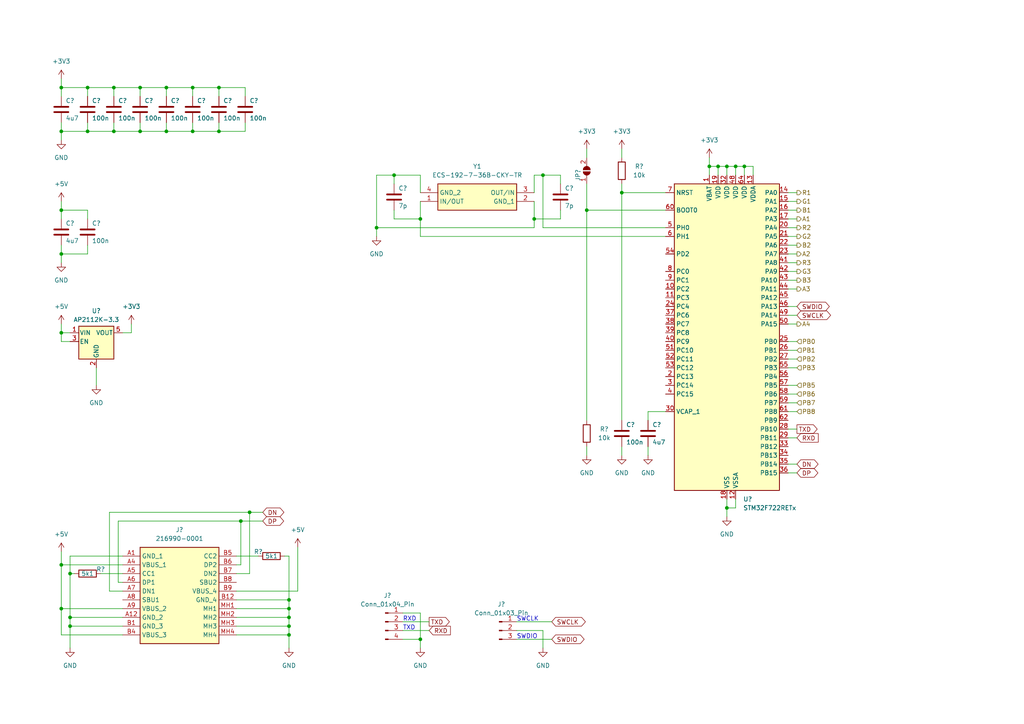
<source format=kicad_sch>
(kicad_sch (version 20230121) (generator eeschema)
  (paper "A4")
  (lib_symbols
    (symbol "216990-0001:216990-0001"
      (property "Reference" "J" (at 29.21 7.62 0))
      (property "Value" "216990-0001" (at 29.21 5.08 0))
      (symbol "216990-0001_1_1"
        (rectangle (start 5.08 2.54) (end 27.94 -25.4) (stroke (width 0.254)) (fill (type background)))
        (pin passive line (at 0 0 0) (length 5.08) (name "GND_1") (number "A1"))
        (pin passive line (at 0 -17.78 0) (length 5.08) (name "GND_2") (number "A12"))
        (pin passive line (at 0 -2.54 0) (length 5.08) (name "VBUS_1") (number "A4"))
        (pin passive line (at 0 -5.08 0) (length 5.08) (name "CC1") (number "A5"))
        (pin passive line (at 0 -7.62 0) (length 5.08) (name "DP1") (number "A6"))
        (pin passive line (at 0 -10.16 0) (length 5.08) (name "DN1") (number "A7"))
        (pin passive line (at 0 -12.7 0) (length 5.08) (name "SBU1") (number "A8"))
        (pin passive line (at 0 -15.24 0) (length 5.08) (name "VBUS_2") (number "A9"))
        (pin passive line (at 0 -20.32 0) (length 5.08) (name "GND_3") (number "B1"))
        (pin passive line (at 33.02 -12.7 180) (length 5.08) (name "GND_4") (number "B12"))
        (pin passive line (at 0 -22.86 0) (length 5.08) (name "VBUS_3") (number "B4"))
        (pin passive line (at 33.02 0 180) (length 5.08) (name "CC2") (number "B5"))
        (pin passive line (at 33.02 -2.54 180) (length 5.08) (name "DP2") (number "B6"))
        (pin passive line (at 33.02 -5.08 180) (length 5.08) (name "DN2") (number "B7"))
        (pin passive line (at 33.02 -7.62 180) (length 5.08) (name "SBU2") (number "B8"))
        (pin passive line (at 33.02 -10.16 180) (length 5.08) (name "VBUS_4") (number "B9"))
        (pin passive line (at 33.02 -15.24 180) (length 5.08) (name "MH1") (number "MH1"))
        (pin passive line (at 33.02 -17.78 180) (length 5.08) (name "MH2") (number "MH2"))
        (pin passive line (at 33.02 -20.32 180) (length 5.08) (name "MH3") (number "MH3"))
        (pin passive line (at 33.02 -22.86 180) (length 5.08) (name "MH4") (number "MH4"))
      )
    )
    (symbol "Connector:Conn_01x03_Pin" (pin_names (offset 1.016) hide)
      (property "Reference" "J" (at 0 5.08 0))
      (property "Value" "Conn_01x03_Pin" (at 0 -5.08 0))
      (symbol "Conn_01x03_Pin_1_1"
        (polyline (pts (xy 1.27 -2.54) (xy 0.8636 -2.54)) (stroke (width 0.1524)))
        (polyline (pts (xy 1.27 0) (xy 0.8636 0)) (stroke (width 0.1524)))
        (polyline (pts (xy 1.27 2.54) (xy 0.8636 2.54)) (stroke (width 0.1524)))
        (rectangle (start 0.8636 -2.413) (end 0 -2.667) (stroke (width 0.1524)) (fill (type outline)))
        (rectangle (start 0.8636 0.127) (end 0 -0.127) (stroke (width 0.1524)) (fill (type outline)))
        (rectangle (start 0.8636 2.667) (end 0 2.413) (stroke (width 0.1524)) (fill (type outline)))
        (pin passive line (at 5.08 2.54 180) (length 3.81) (name "Pin_1") (number "1"))
        (pin passive line (at 5.08 0 180) (length 3.81) (name "Pin_2") (number "2"))
        (pin passive line (at 5.08 -2.54 180) (length 3.81) (name "Pin_3") (number "3"))
      )
    )
    (symbol "Connector:Conn_01x04_Pin" (pin_names (offset 1.016) hide)
      (property "Reference" "J" (at 0 5.08 0))
      (property "Value" "Conn_01x04_Pin" (at 0 -7.62 0))
      (symbol "Conn_01x04_Pin_1_1"
        (polyline (pts (xy 1.27 -5.08) (xy 0.8636 -5.08)) (stroke (width 0.1524)))
        (polyline (pts (xy 1.27 -2.54) (xy 0.8636 -2.54)) (stroke (width 0.1524)))
        (polyline (pts (xy 1.27 0) (xy 0.8636 0)) (stroke (width 0.1524)))
        (polyline (pts (xy 1.27 2.54) (xy 0.8636 2.54)) (stroke (width 0.1524)))
        (rectangle (start 0.8636 -4.953) (end 0 -5.207) (stroke (width 0.1524)) (fill (type outline)))
        (rectangle (start 0.8636 -2.413) (end 0 -2.667) (stroke (width 0.1524)) (fill (type outline)))
        (rectangle (start 0.8636 0.127) (end 0 -0.127) (stroke (width 0.1524)) (fill (type outline)))
        (rectangle (start 0.8636 2.667) (end 0 2.413) (stroke (width 0.1524)) (fill (type outline)))
        (pin passive line (at 5.08 2.54 180) (length 3.81) (name "Pin_1") (number "1"))
        (pin passive line (at 5.08 0 180) (length 3.81) (name "Pin_2") (number "2"))
        (pin passive line (at 5.08 -2.54 180) (length 3.81) (name "Pin_3") (number "3"))
        (pin passive line (at 5.08 -5.08 180) (length 3.81) (name "Pin_4") (number "4"))
      )
    )
    (symbol "Device:C" (pin_numbers hide) (pin_names (offset 0.254))
      (property "Reference" "C" (at 0.635 2.54 0))
      (property "Value" "C" (at 0.635 -2.54 0))
      (symbol "C_0_1"
        (polyline (pts (xy -2.032 -0.762) (xy 2.032 -0.762)) (stroke (width 0.508)))
        (polyline (pts (xy -2.032 0.762) (xy 2.032 0.762)) (stroke (width 0.508)))
      )
      (symbol "C_1_1"
        (pin passive line (at 0 3.81 270) (length 2.794) (name "~") (number "1"))
        (pin passive line (at 0 -3.81 90) (length 2.794) (name "~") (number "2"))
      )
    )
    (symbol "Device:R" (pin_numbers hide) (pin_names (offset 0))
      (property "Reference" "R" (at 2.032 0 90))
      (property "Value" "R" (at 0 0 90))
      (symbol "R_0_1"
        (rectangle (start -1.016 -2.54) (end 1.016 2.54) (stroke (width 0.254)))
      )
      (symbol "R_1_1"
        (pin passive line (at 0 3.81 270) (length 1.27) (name "~") (number "1"))
        (pin passive line (at 0 -3.81 90) (length 1.27) (name "~") (number "2"))
      )
    )
    (symbol "ECS-192-7-36B-CKY-TR:ECS-192-7-36B-CKY-TR"
      (property "Reference" "Y" (at 29.21 7.62 0))
      (property "Value" "ECS-192-7-36B-CKY-TR" (at 29.21 5.08 0))
      (symbol "ECS-192-7-36B-CKY-TR_1_1"
        (rectangle (start 5.08 2.54) (end 27.94 -5.08) (stroke (width 0.254)) (fill (type background)))
        (pin passive line (at 0 -2.54 0) (length 5.08) (name "IN/OUT") (number "1"))
        (pin passive line (at 33.02 -2.54 180) (length 5.08) (name "GND_1") (number "2"))
        (pin passive line (at 33.02 0 180) (length 5.08) (name "OUT/IN") (number "3"))
        (pin passive line (at 0 0 0) (length 5.08) (name "GND_2") (number "4"))
      )
    )
    (symbol "Jumper:SolderJumper_2_Open" (pin_names (offset 0) hide)
      (property "Reference" "JP" (at 0 2.032 0))
      (property "Value" "SolderJumper_2_Open" (at 0 -2.54 0))
      (symbol "SolderJumper_2_Open_0_1"
        (arc (start -0.254 1.016) (mid -1.2656 0) (end -0.254 -1.016))
        (arc (start -0.254 1.016) (mid -1.2656 0) (end -0.254 -1.016) (fill (type outline)))
        (polyline (pts (xy -0.254 1.016) (xy -0.254 -1.016)))
        (polyline (pts (xy 0.254 1.016) (xy 0.254 -1.016)))
        (arc (start 0.254 -1.016) (mid 1.2656 0) (end 0.254 1.016))
        (arc (start 0.254 -1.016) (mid 1.2656 0) (end 0.254 1.016) (fill (type outline)))
      )
      (symbol "SolderJumper_2_Open_1_1"
        (pin passive line (at -3.81 0 0) (length 2.54) (name "A") (number "1"))
        (pin passive line (at 3.81 0 180) (length 2.54) (name "B") (number "2"))
      )
    )
    (symbol "MCU_ST_STM32F7:STM32F722RETx"
      (property "Reference" "U" (at -15.24 46.99 0))
      (property "Value" "STM32F722RETx" (at 10.16 46.99 0))
      (symbol "STM32F722RETx_0_1"
        (rectangle (start -15.24 -43.18) (end 15.24 45.72) (stroke (width 0.254)) (fill (type background)))
      )
      (symbol "STM32F722RETx_1_1"
        (pin power_in line (at -5.08 48.26 270) (length 2.54) (name "VBAT") (number "1"))
        (pin bidirectional line (at -17.78 15.24 0) (length 2.54) (name "PC2") (number "10"))
        (pin bidirectional line (at -17.78 12.7 0) (length 2.54) (name "PC3") (number "11"))
        (pin power_in line (at 2.54 -45.72 90) (length 2.54) (name "VSSA") (number "12"))
        (pin power_in line (at 7.62 48.26 270) (length 2.54) (name "VDDA") (number "13"))
        (pin bidirectional line (at 17.78 43.18 180) (length 2.54) (name "PA0") (number "14"))
        (pin bidirectional line (at 17.78 40.64 180) (length 2.54) (name "PA1") (number "15"))
        (pin bidirectional line (at 17.78 38.1 180) (length 2.54) (name "PA2") (number "16"))
        (pin bidirectional line (at 17.78 35.56 180) (length 2.54) (name "PA3") (number "17"))
        (pin power_in line (at 0 -45.72 90) (length 2.54) (name "VSS") (number "18"))
        (pin power_in line (at -2.54 48.26 270) (length 2.54) (name "VDD") (number "19"))
        (pin bidirectional line (at -17.78 -10.16 0) (length 2.54) (name "PC13") (number "2"))
        (pin bidirectional line (at 17.78 33.02 180) (length 2.54) (name "PA4") (number "20"))
        (pin bidirectional line (at 17.78 30.48 180) (length 2.54) (name "PA5") (number "21"))
        (pin bidirectional line (at 17.78 27.94 180) (length 2.54) (name "PA6") (number "22"))
        (pin bidirectional line (at 17.78 25.4 180) (length 2.54) (name "PA7") (number "23"))
        (pin bidirectional line (at -17.78 10.16 0) (length 2.54) (name "PC4") (number "24"))
        (pin bidirectional line (at 17.78 0 180) (length 2.54) (name "PB0") (number "25"))
        (pin bidirectional line (at 17.78 -2.54 180) (length 2.54) (name "PB1") (number "26"))
        (pin bidirectional line (at 17.78 -5.08 180) (length 2.54) (name "PB2") (number "27"))
        (pin bidirectional line (at 17.78 -25.4 180) (length 2.54) (name "PB10") (number "28"))
        (pin bidirectional line (at 17.78 -27.94 180) (length 2.54) (name "PB11") (number "29"))
        (pin bidirectional line (at -17.78 -12.7 0) (length 2.54) (name "PC14") (number "3"))
        (pin power_out line (at -17.78 -20.32 0) (length 2.54) (name "VCAP_1") (number "30"))
        (pin passive line (at 0 -45.72 90) (length 2.54) hide (name "VSS") (number "31"))
        (pin power_in line (at 0 48.26 270) (length 2.54) (name "VDD") (number "32"))
        (pin bidirectional line (at 17.78 -30.48 180) (length 2.54) (name "PB12") (number "33"))
        (pin bidirectional line (at 17.78 -33.02 180) (length 2.54) (name "PB13") (number "34"))
        (pin bidirectional line (at 17.78 -35.56 180) (length 2.54) (name "PB14") (number "35"))
        (pin bidirectional line (at 17.78 -38.1 180) (length 2.54) (name "PB15") (number "36"))
        (pin bidirectional line (at -17.78 7.62 0) (length 2.54) (name "PC6") (number "37"))
        (pin bidirectional line (at -17.78 5.08 0) (length 2.54) (name "PC7") (number "38"))
        (pin bidirectional line (at -17.78 2.54 0) (length 2.54) (name "PC8") (number "39"))
        (pin bidirectional line (at -17.78 -15.24 0) (length 2.54) (name "PC15") (number "4"))
        (pin bidirectional line (at -17.78 0 0) (length 2.54) (name "PC9") (number "40"))
        (pin bidirectional line (at 17.78 22.86 180) (length 2.54) (name "PA8") (number "41"))
        (pin bidirectional line (at 17.78 20.32 180) (length 2.54) (name "PA9") (number "42"))
        (pin bidirectional line (at 17.78 17.78 180) (length 2.54) (name "PA10") (number "43"))
        (pin bidirectional line (at 17.78 15.24 180) (length 2.54) (name "PA11") (number "44"))
        (pin bidirectional line (at 17.78 12.7 180) (length 2.54) (name "PA12") (number "45"))
        (pin bidirectional line (at 17.78 10.16 180) (length 2.54) (name "PA13") (number "46"))
        (pin passive line (at 0 -45.72 90) (length 2.54) hide (name "VSS") (number "47"))
        (pin power_in line (at 2.54 48.26 270) (length 2.54) (name "VDD") (number "48"))
        (pin bidirectional line (at 17.78 7.62 180) (length 2.54) (name "PA14") (number "49"))
        (pin bidirectional line (at -17.78 33.02 0) (length 2.54) (name "PH0") (number "5"))
        (pin bidirectional line (at 17.78 5.08 180) (length 2.54) (name "PA15") (number "50"))
        (pin bidirectional line (at -17.78 -2.54 0) (length 2.54) (name "PC10") (number "51"))
        (pin bidirectional line (at -17.78 -5.08 0) (length 2.54) (name "PC11") (number "52"))
        (pin bidirectional line (at -17.78 -7.62 0) (length 2.54) (name "PC12") (number "53"))
        (pin bidirectional line (at -17.78 25.4 0) (length 2.54) (name "PD2") (number "54"))
        (pin bidirectional line (at 17.78 -7.62 180) (length 2.54) (name "PB3") (number "55"))
        (pin bidirectional line (at 17.78 -10.16 180) (length 2.54) (name "PB4") (number "56"))
        (pin bidirectional line (at 17.78 -12.7 180) (length 2.54) (name "PB5") (number "57"))
        (pin bidirectional line (at 17.78 -15.24 180) (length 2.54) (name "PB6") (number "58"))
        (pin bidirectional line (at 17.78 -17.78 180) (length 2.54) (name "PB7") (number "59"))
        (pin bidirectional line (at -17.78 30.48 0) (length 2.54) (name "PH1") (number "6"))
        (pin input line (at -17.78 38.1 0) (length 2.54) (name "BOOT0") (number "60"))
        (pin bidirectional line (at 17.78 -20.32 180) (length 2.54) (name "PB8") (number "61"))
        (pin bidirectional line (at 17.78 -22.86 180) (length 2.54) (name "PB9") (number "62"))
        (pin passive line (at 0 -45.72 90) (length 2.54) hide (name "VSS") (number "63"))
        (pin power_in line (at 5.08 48.26 270) (length 2.54) (name "VDD") (number "64"))
        (pin input line (at -17.78 43.18 0) (length 2.54) (name "NRST") (number "7"))
        (pin bidirectional line (at -17.78 20.32 0) (length 2.54) (name "PC0") (number "8"))
        (pin bidirectional line (at -17.78 17.78 0) (length 2.54) (name "PC1") (number "9"))
      )
    )
    (symbol "Regulator_Linear:AP2112K-3.3" (pin_names (offset 0.254))
      (property "Reference" "U" (at -5.08 5.715 0))
      (property "Value" "AP2112K-3.3" (at 0 5.715 0))
      (symbol "AP2112K-3.3_0_1"
        (rectangle (start -5.08 4.445) (end 5.08 -5.08) (stroke (width 0.254)) (fill (type background)))
      )
      (symbol "AP2112K-3.3_1_1"
        (pin power_in line (at -7.62 2.54 0) (length 2.54) (name "VIN") (number "1"))
        (pin power_in line (at 0 -7.62 90) (length 2.54) (name "GND") (number "2"))
        (pin input line (at -7.62 0 0) (length 2.54) (name "EN") (number "3"))
        (pin no_connect line (at 5.08 0 180) (length 2.54) hide (name "NC") (number "4"))
        (pin power_out line (at 7.62 2.54 180) (length 2.54) (name "VOUT") (number "5"))
      )
    )
    (symbol "power:+3V3" (power) (pin_names (offset 0))
      (property "Value" "+3V3" (at 0 3.556 0))
      (symbol "+3V3_0_1"
        (polyline (pts (xy -0.762 1.27) (xy 0 2.54)))
        (polyline (pts (xy 0 0) (xy 0 2.54)))
        (polyline (pts (xy 0 2.54) (xy 0.762 1.27)))
      )
      (symbol "+3V3_1_1"
        (pin power_in line (at 0 0 90) (length 0) hide (name "+3V3") (number "1"))
      )
    )
    (symbol "power:+5V" (power) (pin_names (offset 0))
      (property "Value" "+5V" (at 0 3.556 0))
      (symbol "+5V_0_1"
        (polyline (pts (xy -0.762 1.27) (xy 0 2.54)))
        (polyline (pts (xy 0 0) (xy 0 2.54)))
        (polyline (pts (xy 0 2.54) (xy 0.762 1.27)))
      )
      (symbol "+5V_1_1"
        (pin power_in line (at 0 0 90) (length 0) hide (name "+5V") (number "1"))
      )
    )
    (symbol "power:GND" (power) (pin_names (offset 0))
      (property "Value" "GND" (at 0 -3.81 0))
      (symbol "GND_0_1"
        (polyline (pts (xy 0 0) (xy 0 -1.27) (xy 1.27 -1.27) (xy 0 -2.54) (xy -1.27 -1.27) (xy 0 -1.27)))
      )
      (symbol "GND_1_1"
        (pin power_in line (at 0 0 270) (length 0) hide (name "GND") (number "1"))
      )
    )
  )
  (junction (at 157.48 50.8))
  (junction (at 213.36 48.26))
  (junction (at 33.02 25.4))
  (junction (at 33.02 38.1))
  (junction (at 170.18 60.96))
  (junction (at 210.82 48.26))
  (junction (at 48.26 38.1))
  (junction (at 17.78 73.66))
  (junction (at 180.34 55.88))
  (junction (at 121.92 185.42))
  (junction (at 17.78 96.52))
  (junction (at 55.88 38.1))
  (junction (at 121.92 63.5))
  (junction (at 17.78 38.1))
  (junction (at 25.4 25.4))
  (junction (at 83.82 179.07))
  (junction (at 208.28 48.26))
  (junction (at 40.64 25.4))
  (junction (at 83.82 181.61))
  (junction (at 20.32 166.37))
  (junction (at 72.39 148.59))
  (junction (at 154.94 63.5))
  (junction (at 48.26 25.4))
  (junction (at 69.85 151.13))
  (junction (at 83.82 184.15))
  (junction (at 83.82 173.99))
  (junction (at 83.82 176.53))
  (junction (at 20.32 181.61))
  (junction (at 25.4 38.1))
  (junction (at 17.78 25.4))
  (junction (at 109.22 66.04))
  (junction (at 205.74 48.26))
  (junction (at 210.82 147.32))
  (junction (at 17.78 163.83))
  (junction (at 17.78 176.53))
  (junction (at 63.5 25.4))
  (junction (at 20.32 179.07))
  (junction (at 40.64 38.1))
  (junction (at 63.5 38.1))
  (junction (at 17.78 60.96))
  (junction (at 215.9 48.26))
  (junction (at 55.88 25.4))
  (junction (at 114.3 50.8))
  (wire (pts (xy 17.78 71.12) (xy 17.78 73.66)))
  (wire (pts (xy 83.82 173.99) (xy 83.82 176.53)))
  (wire (pts (xy 228.6 93.98) (xy 231.14 93.98)))
  (wire (pts (xy 228.6 106.68) (xy 231.14 106.68)))
  (wire (pts (xy 116.84 177.8) (xy 121.92 177.8)))
  (wire (pts (xy 109.22 50.8) (xy 114.3 50.8)))
  (wire (pts (xy 72.39 166.37) (xy 68.58 166.37)))
  (wire (pts (xy 228.6 134.62) (xy 231.14 134.62)))
  (wire (pts (xy 228.6 88.9) (xy 231.14 88.9)))
  (wire (pts (xy 55.88 25.4) (xy 55.88 27.94)))
  (wire (pts (xy 228.6 73.66) (xy 231.14 73.66)))
  (wire (pts (xy 29.21 166.37) (xy 35.56 166.37)))
  (wire (pts (xy 68.58 161.29) (xy 74.93 161.29)))
  (wire (pts (xy 180.34 129.54) (xy 180.34 132.08)))
  (wire (pts (xy 218.44 50.8) (xy 218.44 48.26)))
  (wire (pts (xy 20.32 166.37) (xy 20.32 161.29)))
  (wire (pts (xy 116.84 182.88) (xy 124.46 182.88)))
  (wire (pts (xy 228.6 114.3) (xy 231.14 114.3)))
  (wire (pts (xy 149.86 182.88) (xy 157.48 182.88)))
  (wire (pts (xy 68.58 173.99) (xy 83.82 173.99)))
  (wire (pts (xy 228.6 68.58) (xy 231.14 68.58)))
  (wire (pts (xy 213.36 48.26) (xy 213.36 50.8)))
  (wire (pts (xy 83.82 176.53) (xy 83.82 179.07)))
  (wire (pts (xy 69.85 151.13) (xy 69.85 163.83)))
  (wire (pts (xy 121.92 63.5) (xy 121.92 58.42)))
  (wire (pts (xy 228.6 63.5) (xy 231.14 63.5)))
  (wire (pts (xy 25.4 73.66) (xy 25.4 71.12)))
  (wire (pts (xy 210.82 48.26) (xy 208.28 48.26)))
  (wire (pts (xy 205.74 45.72) (xy 205.74 48.26)))
  (wire (pts (xy 228.6 137.16) (xy 231.14 137.16)))
  (wire (pts (xy 40.64 38.1) (xy 33.02 38.1)))
  (wire (pts (xy 72.39 148.59) (xy 72.39 166.37)))
  (wire (pts (xy 20.32 166.37) (xy 20.32 179.07)))
  (wire (pts (xy 215.9 48.26) (xy 213.36 48.26)))
  (wire (pts (xy 48.26 38.1) (xy 40.64 38.1)))
  (wire (pts (xy 170.18 53.34) (xy 170.18 60.96)))
  (wire (pts (xy 83.82 179.07) (xy 83.82 181.61)))
  (wire (pts (xy 228.6 104.14) (xy 231.14 104.14)))
  (wire (pts (xy 20.32 181.61) (xy 35.56 181.61)))
  (wire (pts (xy 215.9 48.26) (xy 215.9 50.8)))
  (wire (pts (xy 34.29 151.13) (xy 69.85 151.13)))
  (wire (pts (xy 157.48 182.88) (xy 157.48 187.96)))
  (wire (pts (xy 69.85 163.83) (xy 68.58 163.83)))
  (wire (pts (xy 17.78 60.96) (xy 17.78 63.5)))
  (wire (pts (xy 25.4 63.5) (xy 25.4 60.96)))
  (wire (pts (xy 228.6 119.38) (xy 231.14 119.38)))
  (wire (pts (xy 218.44 48.26) (xy 215.9 48.26)))
  (wire (pts (xy 17.78 184.15) (xy 17.78 176.53)))
  (wire (pts (xy 210.82 147.32) (xy 210.82 149.86)))
  (wire (pts (xy 121.92 50.8) (xy 121.92 55.88)))
  (wire (pts (xy 154.94 66.04) (xy 109.22 66.04)))
  (wire (pts (xy 17.78 176.53) (xy 17.78 163.83)))
  (wire (pts (xy 228.6 99.06) (xy 231.14 99.06)))
  (wire (pts (xy 157.48 66.04) (xy 157.48 50.8)))
  (wire (pts (xy 114.3 53.34) (xy 114.3 50.8)))
  (wire (pts (xy 213.36 48.26) (xy 210.82 48.26)))
  (wire (pts (xy 162.56 63.5) (xy 162.56 60.96)))
  (wire (pts (xy 83.82 161.29) (xy 83.82 173.99)))
  (wire (pts (xy 17.78 58.42) (xy 17.78 60.96)))
  (wire (pts (xy 193.04 66.04) (xy 157.48 66.04)))
  (wire (pts (xy 27.94 106.68) (xy 27.94 111.76)))
  (wire (pts (xy 180.34 55.88) (xy 193.04 55.88)))
  (wire (pts (xy 157.48 50.8) (xy 162.56 50.8)))
  (wire (pts (xy 86.36 171.45) (xy 86.36 158.75)))
  (wire (pts (xy 68.58 179.07) (xy 83.82 179.07)))
  (wire (pts (xy 17.78 73.66) (xy 17.78 76.2)))
  (wire (pts (xy 55.88 35.56) (xy 55.88 38.1)))
  (wire (pts (xy 40.64 35.56) (xy 40.64 38.1)))
  (wire (pts (xy 40.64 25.4) (xy 33.02 25.4)))
  (wire (pts (xy 228.6 60.96) (xy 231.14 60.96)))
  (wire (pts (xy 83.82 181.61) (xy 83.82 184.15)))
  (wire (pts (xy 210.82 147.32) (xy 213.36 147.32)))
  (wire (pts (xy 228.6 58.42) (xy 231.14 58.42)))
  (wire (pts (xy 208.28 48.26) (xy 208.28 50.8)))
  (wire (pts (xy 228.6 111.76) (xy 231.14 111.76)))
  (wire (pts (xy 68.58 184.15) (xy 83.82 184.15)))
  (wire (pts (xy 48.26 35.56) (xy 48.26 38.1)))
  (wire (pts (xy 31.75 171.45) (xy 31.75 148.59)))
  (wire (pts (xy 68.58 181.61) (xy 83.82 181.61)))
  (wire (pts (xy 228.6 124.46) (xy 231.14 124.46)))
  (wire (pts (xy 68.58 176.53) (xy 83.82 176.53)))
  (wire (pts (xy 205.74 48.26) (xy 205.74 50.8)))
  (wire (pts (xy 149.86 180.34) (xy 160.02 180.34)))
  (wire (pts (xy 114.3 60.96) (xy 114.3 63.5)))
  (wire (pts (xy 38.1 93.98) (xy 38.1 96.52)))
  (wire (pts (xy 55.88 25.4) (xy 48.26 25.4)))
  (wire (pts (xy 25.4 25.4) (xy 25.4 27.94)))
  (wire (pts (xy 154.94 63.5) (xy 154.94 66.04)))
  (wire (pts (xy 210.82 144.78) (xy 210.82 147.32)))
  (wire (pts (xy 48.26 25.4) (xy 40.64 25.4)))
  (wire (pts (xy 17.78 93.98) (xy 17.78 96.52)))
  (wire (pts (xy 33.02 38.1) (xy 25.4 38.1)))
  (wire (pts (xy 20.32 99.06) (xy 17.78 99.06)))
  (wire (pts (xy 154.94 63.5) (xy 162.56 63.5)))
  (wire (pts (xy 170.18 121.92) (xy 170.18 60.96)))
  (wire (pts (xy 116.84 180.34) (xy 124.46 180.34)))
  (wire (pts (xy 38.1 96.52) (xy 35.56 96.52)))
  (wire (pts (xy 20.32 179.07) (xy 20.32 181.61)))
  (wire (pts (xy 25.4 60.96) (xy 17.78 60.96)))
  (wire (pts (xy 114.3 50.8) (xy 121.92 50.8)))
  (wire (pts (xy 162.56 50.8) (xy 162.56 53.34)))
  (wire (pts (xy 154.94 55.88) (xy 154.94 50.8)))
  (wire (pts (xy 35.56 176.53) (xy 17.78 176.53)))
  (wire (pts (xy 35.56 171.45) (xy 31.75 171.45)))
  (wire (pts (xy 33.02 35.56) (xy 33.02 38.1)))
  (wire (pts (xy 228.6 71.12) (xy 231.14 71.12)))
  (wire (pts (xy 228.6 127) (xy 231.14 127)))
  (wire (pts (xy 180.34 43.18) (xy 180.34 45.72)))
  (wire (pts (xy 71.12 25.4) (xy 63.5 25.4)))
  (wire (pts (xy 33.02 25.4) (xy 33.02 27.94)))
  (wire (pts (xy 83.82 161.29) (xy 82.55 161.29)))
  (wire (pts (xy 228.6 66.04) (xy 231.14 66.04)))
  (wire (pts (xy 121.92 177.8) (xy 121.92 185.42)))
  (wire (pts (xy 17.78 38.1) (xy 25.4 38.1)))
  (wire (pts (xy 193.04 68.58) (xy 121.92 68.58)))
  (wire (pts (xy 71.12 35.56) (xy 71.12 38.1)))
  (wire (pts (xy 17.78 35.56) (xy 17.78 38.1)))
  (wire (pts (xy 63.5 27.94) (xy 63.5 25.4)))
  (wire (pts (xy 170.18 60.96) (xy 193.04 60.96)))
  (wire (pts (xy 210.82 48.26) (xy 210.82 50.8)))
  (wire (pts (xy 228.6 116.84) (xy 231.14 116.84)))
  (wire (pts (xy 149.86 185.42) (xy 160.02 185.42)))
  (wire (pts (xy 20.32 161.29) (xy 35.56 161.29)))
  (wire (pts (xy 35.56 163.83) (xy 17.78 163.83)))
  (wire (pts (xy 121.92 68.58) (xy 121.92 63.5)))
  (wire (pts (xy 114.3 63.5) (xy 121.92 63.5)))
  (wire (pts (xy 187.96 129.54) (xy 187.96 132.08)))
  (wire (pts (xy 228.6 91.44) (xy 231.14 91.44)))
  (wire (pts (xy 180.34 53.34) (xy 180.34 55.88)))
  (wire (pts (xy 109.22 66.04) (xy 109.22 68.58)))
  (wire (pts (xy 20.32 181.61) (xy 20.32 187.96)))
  (wire (pts (xy 25.4 35.56) (xy 25.4 38.1)))
  (wire (pts (xy 121.92 185.42) (xy 121.92 187.96)))
  (wire (pts (xy 40.64 25.4) (xy 40.64 27.94)))
  (wire (pts (xy 34.29 168.91) (xy 35.56 168.91)))
  (wire (pts (xy 228.6 55.88) (xy 231.14 55.88)))
  (wire (pts (xy 228.6 81.28) (xy 231.14 81.28)))
  (wire (pts (xy 63.5 38.1) (xy 55.88 38.1)))
  (wire (pts (xy 154.94 58.42) (xy 154.94 63.5)))
  (wire (pts (xy 68.58 171.45) (xy 86.36 171.45)))
  (wire (pts (xy 63.5 25.4) (xy 55.88 25.4)))
  (wire (pts (xy 69.85 151.13) (xy 76.2 151.13)))
  (wire (pts (xy 154.94 50.8) (xy 157.48 50.8)))
  (wire (pts (xy 48.26 25.4) (xy 48.26 27.94)))
  (wire (pts (xy 208.28 48.26) (xy 205.74 48.26)))
  (wire (pts (xy 17.78 163.83) (xy 17.78 160.02)))
  (wire (pts (xy 17.78 25.4) (xy 25.4 25.4)))
  (wire (pts (xy 187.96 121.92) (xy 187.96 119.38)))
  (wire (pts (xy 72.39 148.59) (xy 76.2 148.59)))
  (wire (pts (xy 20.32 179.07) (xy 35.56 179.07)))
  (wire (pts (xy 170.18 43.18) (xy 170.18 45.72)))
  (wire (pts (xy 17.78 73.66) (xy 25.4 73.66)))
  (wire (pts (xy 228.6 101.6) (xy 231.14 101.6)))
  (wire (pts (xy 170.18 129.54) (xy 170.18 132.08)))
  (wire (pts (xy 71.12 27.94) (xy 71.12 25.4)))
  (wire (pts (xy 63.5 35.56) (xy 63.5 38.1)))
  (wire (pts (xy 213.36 147.32) (xy 213.36 144.78)))
  (wire (pts (xy 31.75 148.59) (xy 72.39 148.59)))
  (wire (pts (xy 17.78 96.52) (xy 20.32 96.52)))
  (wire (pts (xy 17.78 99.06) (xy 17.78 96.52)))
  (wire (pts (xy 228.6 78.74) (xy 231.14 78.74)))
  (wire (pts (xy 17.78 38.1) (xy 17.78 40.64)))
  (wire (pts (xy 35.56 184.15) (xy 17.78 184.15)))
  (wire (pts (xy 83.82 184.15) (xy 83.82 187.96)))
  (wire (pts (xy 71.12 38.1) (xy 63.5 38.1)))
  (wire (pts (xy 228.6 76.2) (xy 231.14 76.2)))
  (wire (pts (xy 21.59 166.37) (xy 20.32 166.37)))
  (wire (pts (xy 109.22 66.04) (xy 109.22 50.8)))
  (wire (pts (xy 34.29 168.91) (xy 34.29 151.13)))
  (wire (pts (xy 17.78 27.94) (xy 17.78 25.4)))
  (wire (pts (xy 33.02 25.4) (xy 25.4 25.4)))
  (wire (pts (xy 55.88 38.1) (xy 48.26 38.1)))
  (wire (pts (xy 180.34 121.92) (xy 180.34 55.88)))
  (wire (pts (xy 187.96 119.38) (xy 193.04 119.38)))
  (wire (pts (xy 17.78 22.86) (xy 17.78 25.4)))
  (wire (pts (xy 228.6 83.82) (xy 231.14 83.82)))
  (wire (pts (xy 116.84 185.42) (xy 121.92 185.42)))
  (text "RXD" (at 116.84 180.34 0) (effects (font (size 1.27 1.27)) (justify left bottom)))
  (text "SWCLK" (at 149.86 180.34 0) (effects (font (size 1.27 1.27)) (justify left bottom)))
  (text "TXD" (at 116.84 182.88 0) (effects (font (size 1.27 1.27)) (justify left bottom)))
  (text "SWDIO" (at 149.86 185.42 0) (effects (font (size 1.27 1.27)) (justify left bottom)))
  (global_label "DP" (shape bidirectional) (at 76.2 151.13 0) (property "Intersheetrefs" "${INTERSHEET_REFS}" (effects hide)))
  (global_label "TXD" (shape output) (at 231.14 124.46 0) (property "Intersheetrefs" "${INTERSHEET_REFS}" (effects hide)))
  (global_label "SWCLK" (shape bidirectional) (at 231.14 91.44 0) (property "Intersheetrefs" "${INTERSHEET_REFS}" (effects hide)))
  (global_label "DN" (shape bidirectional) (at 231.14 134.62 0) (property "Intersheetrefs" "${INTERSHEET_REFS}" (effects hide)))
  (global_label "DN" (shape bidirectional) (at 76.2 148.59 0) (property "Intersheetrefs" "${INTERSHEET_REFS}" (effects hide)))
  (global_label "SWDIO" (shape bidirectional) (at 160.02 185.42 0) (property "Intersheetrefs" "${INTERSHEET_REFS}" (effects hide)))
  (global_label "RXD" (shape input) (at 231.14 127 0) (property "Intersheetrefs" "${INTERSHEET_REFS}" (effects hide)))
  (global_label "DP" (shape bidirectional) (at 231.14 137.16 0) (property "Intersheetrefs" "${INTERSHEET_REFS}" (effects hide)))
  (global_label "SWCLK" (shape bidirectional) (at 160.02 180.34 0) (property "Intersheetrefs" "${INTERSHEET_REFS}" (effects hide)))
  (global_label "SWDIO" (shape bidirectional) (at 231.14 88.9 0) (property "Intersheetrefs" "${INTERSHEET_REFS}" (effects hide)))
  (global_label "TXD" (shape output) (at 124.46 180.34 0) (property "Intersheetrefs" "${INTERSHEET_REFS}" (effects hide)))
  (global_label "RXD" (shape input) (at 124.46 182.88 0) (property "Intersheetrefs" "${INTERSHEET_REFS}" (effects hide)))
  (hierarchical_label "B1" (shape output) (at 231.14 60.96 0))
  (hierarchical_label "G3" (shape output) (at 231.14 78.74 0))
  (hierarchical_label "G2" (shape output) (at 231.14 68.58 0))
  (hierarchical_label "A3" (shape output) (at 231.14 83.82 0))
  (hierarchical_label "PB3" (shape input) (at 231.14 106.68 0))
  (hierarchical_label "G1" (shape output) (at 231.14 58.42 0))
  (hierarchical_label "PB7" (shape input) (at 231.14 116.84 0))
  (hierarchical_label "A1" (shape output) (at 231.14 63.5 0))
  (hierarchical_label "PB1" (shape input) (at 231.14 101.6 0))
  (hierarchical_label "B2" (shape output) (at 231.14 71.12 0))
  (hierarchical_label "PB0" (shape input) (at 231.14 99.06 0))
  (hierarchical_label "R3" (shape output) (at 231.14 76.2 0))
  (hierarchical_label "PB8" (shape input) (at 231.14 119.38 0))
  (hierarchical_label "B3" (shape output) (at 231.14 81.28 0))
  (hierarchical_label "PB5" (shape input) (at 231.14 111.76 0))
  (hierarchical_label "A4" (shape output) (at 231.14 93.98 0))
  (hierarchical_label "R2" (shape output) (at 231.14 66.04 0))
  (hierarchical_label "R1" (shape output) (at 231.14 55.88 0))
  (hierarchical_label "PB2" (shape input) (at 231.14 104.14 0))
  (hierarchical_label "A2" (shape output) (at 231.14 73.66 0))
  (hierarchical_label "PB6" (shape input) (at 231.14 114.3 0))
  (symbol (lib_id "Connector:Conn_01x03_Pin") (at 144.78 182.88 0) (unit 1)
    (property "Reference" "J?" (at 145.415 175.26 0))
    (property "Value" "Conn_01x03_Pin" (at 145.415 177.8 0))
    (property "Footprint" "Connector_PinHeader_2.54mm:PinHeader_1x03_P2.54mm_Vertical" (effects hide))
    (instances (project "portal_lights" (path "" (reference "J?") (unit 1)) (path "" (reference "J3") (unit 1))))
  )
  (symbol (lib_id "Device:C") (at 25.4 67.31 0) (unit 1)
    (property "Reference" "C?" (at 26.67 64.77 0) (effects (justify left)))
    (property "Value" "100n" (at 26.67 69.85 0) (effects (justify left)))
    (property "Footprint" "Capacitor_SMD:C_0402_1005Metric_Pad0.74x0.62mm_HandSolder" (effects hide))
    (instances (project "portal_lights" (path "" (reference "C?") (unit 1)) (path "" (reference "C?") (unit 1)) (path "" (reference "C12") (unit 1))))
  )
  (symbol (lib_id "Regulator_Linear:AP2112K-3.3") (at 27.94 99.06 0) (unit 1)
    (property "Reference" "U?" (at 27.94 90.17 0))
    (property "Value" "AP2112K-3.3" (at 27.94 92.71 0))
    (property "Footprint" "Package_TO_SOT_SMD:SOT-23-5_HandSoldering" (effects hide))
    (property "Datasheet" "https://www.diodes.com/assets/Datasheets/AP2112.pdf" (effects hide))
    (instances (project "portal_lights" (path "" (reference "U?") (unit 1)) (path "" (reference "U1") (unit 1))))
  )
  (symbol (lib_id "power:GND") (at 121.92 187.96 0) (unit 1)
    (property "Reference" "#PWR?" (effects hide))
    (property "Value" "GND" (at 121.92 193.04 0))
    (instances (project "portal_lights" (path "" (reference "#PWR?") (unit 1)) (path "" (reference "#PWR020") (unit 1))))
  )
  (symbol (lib_id "Device:C") (at 55.88 31.75 0) (unit 1)
    (property "Reference" "C?" (at 57.15 29.21 0) (effects (justify left)))
    (property "Value" "100n" (at 57.15 34.29 0) (effects (justify left)))
    (property "Footprint" "Capacitor_SMD:C_0402_1005Metric_Pad0.74x0.62mm_HandSolder" (effects hide))
    (instances (project "portal_lights" (path "" (reference "C?") (unit 1)) (path "" (reference "C?") (unit 1)) (path "" (reference "C6") (unit 1))))
  )
  (symbol (lib_id "ECS-192-7-36B-CKY-TR:ECS-192-7-36B-CKY-TR") (at 121.92 55.88 0) (unit 1)
    (property "Reference" "Y1" (at 138.43 48.26 0))
    (property "Value" "ECS-192-7-36B-CKY-TR" (at 138.43 50.8 0))
    (property "Footprint" "ECS192736BCKYTR" (effects hide))
    (property "Datasheet" "https://ecsxtal.com/store/pdf/ECX-2236B.pdf" (effects hide))
    (property "Height" "0.6" (effects hide))
    (property "Mouser Part Number" "520-192-7-36B-CKYT" (effects hide))
    (property "Mouser Price/Stock" "https://www.mouser.co.uk/ProductDetail/ECS/ECS-192-7-36B-CKY-TR?qs=l7cgNqFNU1gBRjqdHCSS7A%3D%3D" (effects hide))
    (property "Manufacturer_Name" "ECS" (effects hide))
    (property "Manufacturer_Part_Number" "ECS-192-7-36B-CKY-TR" (effects hide))
  )
  (symbol (lib_id "Jumper:SolderJumper_2_Open") (at 170.18 49.53 90) (unit 1)
    (property "Reference" "JP?" (at 167.64 50.8 0))
    (property "Value" "SolderJumper_2_Open" (effects hide))
    (property "Footprint" "Jumper:SolderJumper-2_P1.3mm_Open_RoundedPad1.0x1.5mm" (effects hide))
    (instances (project "portal_lights" (path "" (reference "JP?") (unit 1)) (path "" (reference "JP?") (unit 1)) (path "" (reference "JP1") (unit 1))))
  )
  (symbol (lib_id "Device:C") (at 17.78 67.31 0) (unit 1)
    (property "Reference" "C?" (at 19.05 64.77 0) (effects (justify left)))
    (property "Value" "4u7" (at 19.05 69.85 0) (effects (justify left)))
    (property "Footprint" "Capacitor_SMD:C_0402_1005Metric_Pad0.74x0.62mm_HandSolder" (effects hide))
    (instances (project "portal_lights" (path "" (reference "C?") (unit 1)) (path "" (reference "C?") (unit 1)) (path "" (reference "C11") (unit 1))))
  )
  (symbol (lib_id "Device:C") (at 25.4 31.75 0) (unit 1)
    (property "Reference" "C?" (at 26.67 29.21 0) (effects (justify left)))
    (property "Value" "100n" (at 26.67 34.29 0) (effects (justify left)))
    (property "Footprint" "Capacitor_SMD:C_0402_1005Metric_Pad0.74x0.62mm_HandSolder" (effects hide))
    (instances (project "portal_lights" (path "" (reference "C?") (unit 1)) (path "" (reference "C?") (unit 1)) (path "" (reference "C2") (unit 1))))
  )
  (symbol (lib_id "power:+5V") (at 86.36 158.75 0) (unit 1)
    (property "Reference" "#PWR?" (effects hide))
    (property "Value" "+5V" (at 86.36 153.67 0))
    (instances (project "portal_lights" (path "" (reference "#PWR?") (unit 1)) (path "" (reference "#PWR016") (unit 1))))
  )
  (symbol (lib_id "power:+3V3") (at 180.34 43.18 0) (unit 1)
    (property "Reference" "#PWR04" (effects hide))
    (property "Value" "+3V3" (at 180.34 38.1 0))
  )
  (symbol (lib_id "Device:R") (at 25.4 166.37 90) (unit 1)
    (property "Reference" "R?" (at 29.21 165.1 90))
    (property "Value" "5k1" (at 25.4 166.37 90))
    (property "Footprint" "Resistor_SMD:R_0402_1005Metric_Pad0.72x0.64mm_HandSolder" (effects hide))
    (instances (project "portal_lights" (path "" (reference "R?") (unit 1)) (path "" (reference "R4") (unit 1))))
  )
  (symbol (lib_id "power:+3V3") (at 170.18 43.18 0) (unit 1)
    (property "Reference" "#PWR03" (effects hide))
    (property "Value" "+3V3" (at 170.18 38.1 0))
  )
  (symbol (lib_id "Device:C") (at 114.3 57.15 0) (unit 1)
    (property "Reference" "C?" (at 115.57 54.61 0) (effects (justify left)))
    (property "Value" "7p" (at 115.57 59.69 0) (effects (justify left)))
    (property "Footprint" "Capacitor_SMD:C_0402_1005Metric_Pad0.74x0.62mm_HandSolder" (effects hide))
    (instances (project "portal_lights" (path "" (reference "C?") (unit 1)) (path "" (reference "C?") (unit 1)) (path "" (reference "C9") (unit 1))))
  )
  (symbol (lib_id "power:GND") (at 17.78 40.64 0) (unit 1)
    (property "Reference" "#PWR02" (effects hide))
    (property "Value" "GND" (at 17.78 45.72 0))
  )
  (symbol (lib_id "power:+3V3") (at 17.78 22.86 0) (unit 1)
    (property "Reference" "#PWR01" (effects hide))
    (property "Value" "+3V3" (at 17.78 17.78 0))
  )
  (symbol (lib_id "Device:C") (at 48.26 31.75 0) (unit 1)
    (property "Reference" "C?" (at 49.53 29.21 0) (effects (justify left)))
    (property "Value" "100n" (at 49.53 34.29 0) (effects (justify left)))
    (property "Footprint" "Capacitor_SMD:C_0402_1005Metric_Pad0.74x0.62mm_HandSolder" (effects hide))
    (instances (project "portal_lights" (path "" (reference "C?") (unit 1)) (path "" (reference "C?") (unit 1)) (path "" (reference "C5") (unit 1))))
  )
  (symbol (lib_id "Connector:Conn_01x04_Pin") (at 111.76 180.34 0) (unit 1)
    (property "Reference" "J?" (at 112.395 172.72 0))
    (property "Value" "Conn_01x04_Pin" (at 112.395 175.26 0))
    (property "Footprint" "Connector_PinHeader_2.54mm:PinHeader_1x04_P2.54mm_Vertical" (effects hide))
    (instances (project "portal_lights" (path "" (reference "J?") (unit 1)) (path "" (reference "J2") (unit 1))))
  )
  (symbol (lib_id "Device:C") (at 17.78 31.75 0) (unit 1)
    (property "Reference" "C?" (at 19.05 29.21 0) (effects (justify left)))
    (property "Value" "4u7" (at 19.05 34.29 0) (effects (justify left)))
    (property "Footprint" "Capacitor_SMD:C_0402_1005Metric_Pad0.74x0.62mm_HandSolder" (effects hide))
    (instances (project "portal_lights" (path "" (reference "C?") (unit 1)) (path "" (reference "C?") (unit 1)) (path "" (reference "C1") (unit 1))))
  )
  (symbol (lib_id "Device:C") (at 40.64 31.75 0) (unit 1)
    (property "Reference" "C?" (at 41.91 29.21 0) (effects (justify left)))
    (property "Value" "100n" (at 41.91 34.29 0) (effects (justify left)))
    (property "Footprint" "Capacitor_SMD:C_0402_1005Metric_Pad0.74x0.62mm_HandSolder" (effects hide))
    (instances (project "portal_lights" (path "" (reference "C?") (unit 1)) (path "" (reference "C?") (unit 1)) (path "" (reference "C4") (unit 1))))
  )
  (symbol (lib_id "MCU_ST_STM32F7:STM32F722RETx") (at 210.82 99.06 0) (unit 1)
    (property "Reference" "U?" (at 215.5541 144.78 0) (effects (justify left)))
    (property "Value" "STM32F722RETx" (at 215.5541 147.32 0) (effects (justify left)))
    (property "Footprint" "Package_QFP:LQFP-64_10x10mm_P0.5mm" (effects hide))
    (property "Datasheet" "https://www.st.com/resource/en/datasheet/stm32f722re.pdf" (effects hide))
    (instances (project "portal_lights" (path "" (reference "U?") (unit 1)) (path "" (reference "U2") (unit 1))))
  )
  (symbol (lib_id "power:GND") (at 17.78 76.2 0) (unit 1)
    (property "Reference" "#PWR08" (effects hide))
    (property "Value" "GND" (at 17.78 81.28 0))
  )
  (symbol (lib_id "Device:C") (at 71.12 31.75 0) (unit 1)
    (property "Reference" "C?" (at 72.39 29.21 0) (effects (justify left)))
    (property "Value" "100n" (at 72.39 34.29 0) (effects (justify left)))
    (property "Footprint" "Capacitor_SMD:C_0402_1005Metric_Pad0.74x0.62mm_HandSolder" (effects hide))
    (instances (project "portal_lights" (path "" (reference "C?") (unit 1)) (path "" (reference "C?") (unit 1)) (path "" (reference "C8") (unit 1))))
  )
  (symbol (lib_id "Device:R") (at 170.18 125.73 0) (mirror y) (unit 1)
    (property "Reference" "R?" (at 175.26 124.46 0))
    (property "Value" "10k" (at 175.26 127 0))
    (property "Footprint" "Resistor_SMD:R_0402_1005Metric_Pad0.72x0.64mm_HandSolder" (effects hide))
    (instances (project "portal_lights" (path "" (reference "R?") (unit 1)) (path "" (reference "R?") (unit 1)) (path "" (reference "R?") (unit 1)) (path "" (reference "R2") (unit 1))))
  )
  (symbol (lib_id "power:GND") (at 187.96 132.08 0) (unit 1)
    (property "Reference" "#PWR014" (effects hide))
    (property "Value" "GND" (at 187.96 137.16 0))
  )
  (symbol (lib_id "power:GND") (at 157.48 187.96 0) (unit 1)
    (property "Reference" "#PWR?" (effects hide))
    (property "Value" "GND" (at 157.48 193.04 0))
    (instances (project "portal_lights" (path "" (reference "#PWR?") (unit 1)) (path "" (reference "#PWR021") (unit 1))))
  )
  (symbol (lib_id "power:GND") (at 170.18 132.08 0) (unit 1)
    (property "Reference" "#PWR012" (effects hide))
    (property "Value" "GND" (at 170.18 137.16 0))
  )
  (symbol (lib_id "216990-0001:216990-0001") (at 35.56 161.29 0) (unit 1)
    (property "Reference" "J?" (at 52.07 153.67 0))
    (property "Value" "216990-0001" (at 52.07 156.21 0))
    (property "Footprint" "2169900001" (effects hide))
    (property "Datasheet" "https://www.molex.com/pdm_docs/sd/2169900001_sd.pdf" (effects hide))
    (property "Height" "3.36" (effects hide))
    (property "Mouser Part Number" "538-216990-0001" (effects hide))
    (property "Mouser Price/Stock" "https://www.mouser.co.uk/ProductDetail/Molex/216990-0001?qs=DRkmTr78QAS%252B9wQ3YlpV3Q%3D%3D" (effects hide))
    (property "Manufacturer_Name" "Molex" (effects hide))
    (property "Manufacturer_Part_Number" "216990-0001" (effects hide))
    (instances (project "portal_lights" (path "" (reference "J?") (unit 1)) (path "" (reference "J1") (unit 1))))
  )
  (symbol (lib_id "power:+5V") (at 17.78 58.42 0) (unit 1)
    (property "Reference" "#PWR?" (effects hide))
    (property "Value" "+5V" (at 17.78 53.34 0))
    (instances (project "portal_lights" (path "" (reference "#PWR?") (unit 1)) (path "" (reference "#PWR06") (unit 1))))
  )
  (symbol (lib_id "Device:C") (at 63.5 31.75 0) (unit 1)
    (property "Reference" "C?" (at 64.77 29.21 0) (effects (justify left)))
    (property "Value" "100n" (at 64.77 34.29 0) (effects (justify left)))
    (property "Footprint" "Capacitor_SMD:C_0402_1005Metric_Pad0.74x0.62mm_HandSolder" (effects hide))
    (instances (project "portal_lights" (path "" (reference "C?") (unit 1)) (path "" (reference "C?") (unit 1)) (path "" (reference "C7") (unit 1))))
  )
  (symbol (lib_id "power:+5V") (at 17.78 93.98 0) (unit 1)
    (property "Reference" "#PWR?" (effects hide))
    (property "Value" "+5V" (at 17.78 88.9 0))
    (instances (project "portal_lights" (path "" (reference "#PWR?") (unit 1)) (path "" (reference "#PWR09") (unit 1))))
  )
  (symbol (lib_id "power:GND") (at 20.32 187.96 0) (unit 1)
    (property "Reference" "#PWR?" (effects hide))
    (property "Value" "GND" (at 20.32 193.04 0))
    (instances (project "portal_lights" (path "" (reference "#PWR?") (unit 1)) (path "" (reference "#PWR018") (unit 1))))
  )
  (symbol (lib_id "Device:R") (at 78.74 161.29 90) (unit 1)
    (property "Reference" "R?" (at 74.93 160.02 90))
    (property "Value" "5k1" (at 78.74 161.29 90))
    (property "Footprint" "Resistor_SMD:R_0402_1005Metric_Pad0.72x0.64mm_HandSolder" (effects hide))
    (instances (project "portal_lights" (path "" (reference "R?") (unit 1)) (path "" (reference "R3") (unit 1))))
  )
  (symbol (lib_id "power:GND") (at 27.94 111.76 0) (unit 1)
    (property "Reference" "#PWR?" (effects hide))
    (property "Value" "GND" (at 27.94 116.84 0))
    (instances (project "portal_lights" (path "" (reference "#PWR?") (unit 1)) (path "" (reference "#PWR011") (unit 1))))
  )
  (symbol (lib_id "power:+3V3") (at 205.74 45.72 0) (unit 1)
    (property "Reference" "#PWR05" (effects hide))
    (property "Value" "+3V3" (at 205.74 40.64 0))
  )
  (symbol (lib_id "power:GND") (at 180.34 132.08 0) (unit 1)
    (property "Reference" "#PWR013" (effects hide))
    (property "Value" "GND" (at 180.34 137.16 0))
  )
  (symbol (lib_id "Device:C") (at 162.56 57.15 0) (unit 1)
    (property "Reference" "C?" (at 163.83 54.61 0) (effects (justify left)))
    (property "Value" "7p" (at 163.83 59.69 0) (effects (justify left)))
    (property "Footprint" "Capacitor_SMD:C_0402_1005Metric_Pad0.74x0.62mm_HandSolder" (effects hide))
    (instances (project "portal_lights" (path "" (reference "C?") (unit 1)) (path "" (reference "C?") (unit 1)) (path "" (reference "C10") (unit 1))))
  )
  (symbol (lib_id "power:+5V") (at 17.78 160.02 0) (unit 1)
    (property "Reference" "#PWR?" (effects hide))
    (property "Value" "+5V" (at 17.78 154.94 0))
    (instances (project "portal_lights" (path "" (reference "#PWR?") (unit 1)) (path "" (reference "#PWR017") (unit 1))))
  )
  (symbol (lib_id "power:+3V3") (at 38.1 93.98 0) (unit 1)
    (property "Reference" "#PWR?" (effects hide))
    (property "Value" "+3V3" (at 38.1 88.9 0))
    (instances (project "portal_lights" (path "" (reference "#PWR?") (unit 1)) (path "" (reference "#PWR010") (unit 1))))
  )
  (symbol (lib_id "power:GND") (at 109.22 68.58 0) (unit 1)
    (property "Reference" "#PWR07" (effects hide))
    (property "Value" "GND" (at 109.22 73.66 0))
  )
  (symbol (lib_id "Device:C") (at 187.96 125.73 0) (unit 1)
    (property "Reference" "C?" (at 189.23 123.19 0) (effects (justify left)))
    (property "Value" "4u7" (at 189.23 128.27 0) (effects (justify left)))
    (property "Footprint" "Capacitor_SMD:C_0402_1005Metric_Pad0.74x0.62mm_HandSolder" (effects hide))
    (instances (project "portal_lights" (path "" (reference "C?") (unit 1)) (path "" (reference "C?") (unit 1)) (path "" (reference "C14") (unit 1))))
  )
  (symbol (lib_id "Device:C") (at 33.02 31.75 0) (unit 1)
    (property "Reference" "C?" (at 34.29 29.21 0) (effects (justify left)))
    (property "Value" "100n" (at 34.29 34.29 0) (effects (justify left)))
    (property "Footprint" "Capacitor_SMD:C_0402_1005Metric_Pad0.74x0.62mm_HandSolder" (effects hide))
    (instances (project "portal_lights" (path "" (reference "C?") (unit 1)) (path "" (reference "C?") (unit 1)) (path "" (reference "C3") (unit 1))))
  )
  (symbol (lib_id "power:GND") (at 83.82 187.96 0) (unit 1)
    (property "Reference" "#PWR?" (effects hide))
    (property "Value" "GND" (at 83.82 193.04 0))
    (instances (project "portal_lights" (path "" (reference "#PWR?") (unit 1)) (path "" (reference "#PWR019") (unit 1))))
  )
  (symbol (lib_id "power:GND") (at 210.82 149.86 0) (unit 1)
    (property "Reference" "#PWR015" (effects hide))
    (property "Value" "GND" (at 210.82 154.94 0))
  )
  (symbol (lib_id "Device:C") (at 180.34 125.73 0) (unit 1)
    (property "Reference" "C?" (at 181.61 123.19 0) (effects (justify left)))
    (property "Value" "100n" (at 181.61 128.27 0) (effects (justify left)))
    (property "Footprint" "Capacitor_SMD:C_0402_1005Metric_Pad0.74x0.62mm_HandSolder" (effects hide))
    (instances (project "portal_lights" (path "" (reference "C?") (unit 1)) (path "" (reference "C?") (unit 1)) (path "" (reference "C13") (unit 1))))
  )
  (symbol (lib_id "Device:R") (at 180.34 49.53 0) (mirror y) (unit 1)
    (property "Reference" "R?" (at 185.42 48.26 0))
    (property "Value" "10k" (at 185.42 50.8 0))
    (property "Footprint" "Resistor_SMD:R_0402_1005Metric_Pad0.72x0.64mm_HandSolder" (effects hide))
    (instances (project "portal_lights" (path "" (reference "R?") (unit 1)) (path "" (reference "R?") (unit 1)) (path "" (reference "R?") (unit 1)) (path "" (reference "R1") (unit 1))))
  )
)
</source>
